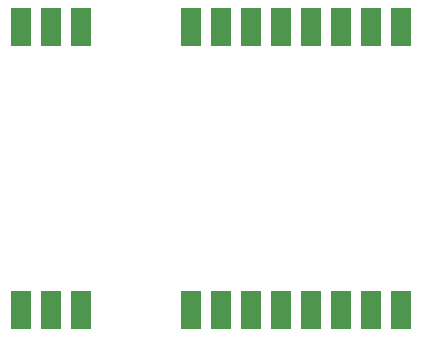
<source format=gbr>
%TF.GenerationSoftware,KiCad,Pcbnew,(6.0.5-0)*%
%TF.CreationDate,2022-05-16T13:23:45-04:00*%
%TF.ProjectId,test_project,74657374-5f70-4726-9f6a-6563742e6b69,rev?*%
%TF.SameCoordinates,Original*%
%TF.FileFunction,Paste,Top*%
%TF.FilePolarity,Positive*%
%FSLAX46Y46*%
G04 Gerber Fmt 4.6, Leading zero omitted, Abs format (unit mm)*
G04 Created by KiCad (PCBNEW (6.0.5-0)) date 2022-05-16 13:23:45*
%MOMM*%
%LPD*%
G01*
G04 APERTURE LIST*
%ADD10R,1.800000X3.200000*%
G04 APERTURE END LIST*
D10*
%TO.C,U2*%
X111424000Y-57720000D03*
X113964000Y-57720000D03*
X116504000Y-57720000D03*
X125804000Y-57720000D03*
X128344000Y-57720000D03*
X130884000Y-57720000D03*
X133424000Y-57720000D03*
X135964000Y-57720000D03*
X138504000Y-57720000D03*
X141044000Y-57720000D03*
X143584000Y-57720000D03*
X143584000Y-33720000D03*
X141044000Y-33720000D03*
X138504000Y-33720000D03*
X135964000Y-33720000D03*
X133424000Y-33720000D03*
X130884000Y-33720000D03*
X128344000Y-33720000D03*
X125804000Y-33720000D03*
X116504000Y-33720000D03*
X113964000Y-33720000D03*
X111424000Y-33720000D03*
%TD*%
M02*

</source>
